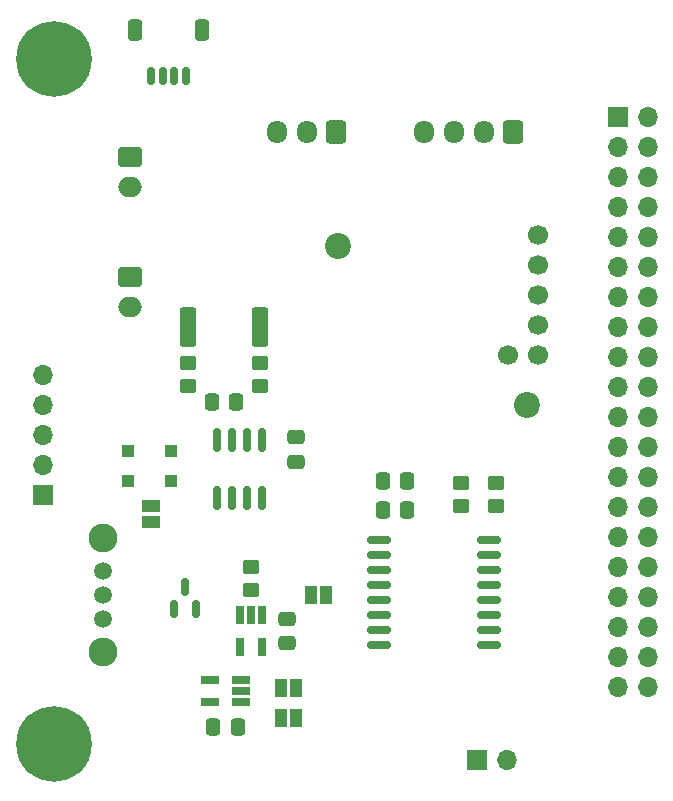
<source format=gbr>
%TF.GenerationSoftware,KiCad,Pcbnew,(6.99.0-2504-g6a9c6e8599)*%
%TF.CreationDate,2023-10-10T08:36:03-07:00*%
%TF.ProjectId,BuoyPower,42756f79-506f-4776-9572-2e6b69636164,rev?*%
%TF.SameCoordinates,Original*%
%TF.FileFunction,Soldermask,Top*%
%TF.FilePolarity,Negative*%
%FSLAX46Y46*%
G04 Gerber Fmt 4.6, Leading zero omitted, Abs format (unit mm)*
G04 Created by KiCad (PCBNEW (6.99.0-2504-g6a9c6e8599)) date 2023-10-10 08:36:03*
%MOMM*%
%LPD*%
G01*
G04 APERTURE LIST*
G04 Aperture macros list*
%AMRoundRect*
0 Rectangle with rounded corners*
0 $1 Rounding radius*
0 $2 $3 $4 $5 $6 $7 $8 $9 X,Y pos of 4 corners*
0 Add a 4 corners polygon primitive as box body*
4,1,4,$2,$3,$4,$5,$6,$7,$8,$9,$2,$3,0*
0 Add four circle primitives for the rounded corners*
1,1,$1+$1,$2,$3*
1,1,$1+$1,$4,$5*
1,1,$1+$1,$6,$7*
1,1,$1+$1,$8,$9*
0 Add four rect primitives between the rounded corners*
20,1,$1+$1,$2,$3,$4,$5,0*
20,1,$1+$1,$4,$5,$6,$7,0*
20,1,$1+$1,$6,$7,$8,$9,0*
20,1,$1+$1,$8,$9,$2,$3,0*%
G04 Aperture macros list end*
%ADD10RoundRect,0.150000X-0.875000X-0.150000X0.875000X-0.150000X0.875000X0.150000X-0.875000X0.150000X0*%
%ADD11R,1.000000X1.500000*%
%ADD12C,1.512000*%
%ADD13C,2.454000*%
%ADD14RoundRect,0.249999X-0.450001X-1.425001X0.450001X-1.425001X0.450001X1.425001X-0.450001X1.425001X0*%
%ADD15C,2.200000*%
%ADD16R,1.700000X1.700000*%
%ADD17O,1.700000X1.700000*%
%ADD18RoundRect,0.150000X0.150000X-0.587500X0.150000X0.587500X-0.150000X0.587500X-0.150000X-0.587500X0*%
%ADD19RoundRect,0.250000X-0.450000X0.350000X-0.450000X-0.350000X0.450000X-0.350000X0.450000X0.350000X0*%
%ADD20RoundRect,0.250000X0.450000X-0.350000X0.450000X0.350000X-0.450000X0.350000X-0.450000X-0.350000X0*%
%ADD21R,1.000000X1.000000*%
%ADD22R,0.650000X1.560000*%
%ADD23R,1.560000X0.650000*%
%ADD24RoundRect,0.250000X0.475000X-0.337500X0.475000X0.337500X-0.475000X0.337500X-0.475000X-0.337500X0*%
%ADD25RoundRect,0.250000X0.600000X0.725000X-0.600000X0.725000X-0.600000X-0.725000X0.600000X-0.725000X0*%
%ADD26O,1.700000X1.950000*%
%ADD27RoundRect,0.250000X-0.750000X0.600000X-0.750000X-0.600000X0.750000X-0.600000X0.750000X0.600000X0*%
%ADD28O,2.000000X1.700000*%
%ADD29C,0.800000*%
%ADD30C,6.400000*%
%ADD31RoundRect,0.150000X0.150000X0.625000X-0.150000X0.625000X-0.150000X-0.625000X0.150000X-0.625000X0*%
%ADD32RoundRect,0.250000X0.350000X0.650000X-0.350000X0.650000X-0.350000X-0.650000X0.350000X-0.650000X0*%
%ADD33RoundRect,0.250000X0.337500X0.475000X-0.337500X0.475000X-0.337500X-0.475000X0.337500X-0.475000X0*%
%ADD34RoundRect,0.150000X0.150000X-0.825000X0.150000X0.825000X-0.150000X0.825000X-0.150000X-0.825000X0*%
%ADD35C,1.700000*%
%ADD36RoundRect,0.250000X-0.475000X0.337500X-0.475000X-0.337500X0.475000X-0.337500X0.475000X0.337500X0*%
%ADD37R,1.500000X1.000000*%
G04 APERTURE END LIST*
D10*
%TO.C,U8*%
X156005000Y-109855000D03*
X156005000Y-111125000D03*
X156005000Y-112395000D03*
X156005000Y-113665000D03*
X156005000Y-114935000D03*
X156005000Y-116205000D03*
X156005000Y-117475000D03*
X156005000Y-118745000D03*
X165305000Y-118745000D03*
X165305000Y-117475000D03*
X165305000Y-116205000D03*
X165305000Y-114935000D03*
X165305000Y-113665000D03*
X165305000Y-112395000D03*
X165305000Y-111125000D03*
X165305000Y-109855000D03*
%TD*%
D11*
%TO.C,JP4*%
X148985999Y-122427999D03*
X147685999Y-122427999D03*
%TD*%
D12*
%TO.C,S1*%
X132588000Y-112554000D03*
X132588000Y-114554000D03*
X132588000Y-116554000D03*
D13*
X132588000Y-109704000D03*
X132588000Y-119404000D03*
%TD*%
D14*
%TO.C,R10*%
X139825000Y-91821000D03*
X145925000Y-91821000D03*
%TD*%
D15*
%TO.C,H1*%
X152527000Y-84963000D03*
%TD*%
D16*
%TO.C,J9*%
X164332999Y-128523999D03*
D17*
X166872999Y-128523999D03*
%TD*%
D18*
%TO.C,Q1*%
X138623000Y-115745500D03*
X140523000Y-115745500D03*
X139573000Y-113870500D03*
%TD*%
D19*
%TO.C,R15*%
X145161000Y-112157000D03*
X145161000Y-114157000D03*
%TD*%
D20*
%TO.C,R14*%
X165862000Y-107045000D03*
X165862000Y-105045000D03*
%TD*%
D21*
%TO.C,D1*%
X134721599Y-104881999D03*
X134721599Y-102381999D03*
%TD*%
D22*
%TO.C,U9*%
X146110999Y-116251999D03*
X145160999Y-116251999D03*
X144210999Y-116251999D03*
X144210999Y-118951999D03*
X146110999Y-118951999D03*
%TD*%
D15*
%TO.C,H5*%
X168529000Y-98425000D03*
%TD*%
D23*
%TO.C,U1*%
X144351999Y-123631999D03*
X144351999Y-122681999D03*
X144351999Y-121731999D03*
X141651999Y-121731999D03*
X141651999Y-123631999D03*
%TD*%
D24*
%TO.C,C1*%
X148971000Y-103272500D03*
X148971000Y-101197500D03*
%TD*%
D25*
%TO.C,J5*%
X152360000Y-75311000D03*
D26*
X149859999Y-75310999D03*
X147359999Y-75310999D03*
%TD*%
D27*
%TO.C,J4*%
X134895000Y-87650000D03*
D28*
X134894999Y-90149999D03*
%TD*%
D11*
%TO.C,JP42*%
X151500599Y-114553999D03*
X150200599Y-114553999D03*
%TD*%
D29*
%TO.C,H3*%
X130868000Y-127174000D03*
X130165056Y-128871056D03*
X130165056Y-125476944D03*
X128468000Y-129574000D03*
D30*
X128468000Y-127174000D03*
D29*
X128468000Y-124774000D03*
X126770944Y-128871056D03*
X126770944Y-125476944D03*
X126068000Y-127174000D03*
%TD*%
%TO.C,H2*%
X130868000Y-69174000D03*
X130165056Y-70871056D03*
X130165056Y-67476944D03*
X128468000Y-71574000D03*
D30*
X128468000Y-69174000D03*
D29*
X128468000Y-66774000D03*
X126770944Y-70871056D03*
X126770944Y-67476944D03*
X126068000Y-69174000D03*
%TD*%
D31*
%TO.C,J6*%
X139676000Y-70580000D03*
X138676000Y-70580000D03*
X137676000Y-70580000D03*
X136676000Y-70580000D03*
D32*
X140976000Y-66705000D03*
X135376000Y-66705000D03*
%TD*%
D33*
%TO.C,C15*%
X144039500Y-125730000D03*
X141964500Y-125730000D03*
%TD*%
D34*
%TO.C,U3*%
X142240000Y-106361000D03*
X143510000Y-106361000D03*
X144780000Y-106361000D03*
X146050000Y-106361000D03*
X146050000Y-101411000D03*
X144780000Y-101411000D03*
X143510000Y-101411000D03*
X142240000Y-101411000D03*
%TD*%
D11*
%TO.C,JP3*%
X148985999Y-124967999D03*
X147685999Y-124967999D03*
%TD*%
D16*
%TO.C,J2*%
X127507999Y-106039999D03*
D17*
X127507999Y-103499999D03*
X127507999Y-100959999D03*
X127507999Y-98419999D03*
X127507999Y-95879999D03*
%TD*%
D35*
%TO.C,J1*%
X169418000Y-84074000D03*
X169418000Y-86614000D03*
X169418000Y-89154000D03*
X169418000Y-91694000D03*
X169418000Y-94234000D03*
X166878000Y-94234000D03*
%TD*%
D19*
%TO.C,R11*%
X139827000Y-94885000D03*
X139827000Y-96885000D03*
%TD*%
D36*
%TO.C,C13*%
X148209000Y-116564500D03*
X148209000Y-118639500D03*
%TD*%
D20*
%TO.C,R13*%
X162941000Y-107045000D03*
X162941000Y-105045000D03*
%TD*%
D27*
%TO.C,J7*%
X134895000Y-77490000D03*
D28*
X134894999Y-79989999D03*
%TD*%
D21*
%TO.C,D2*%
X138353799Y-104881999D03*
X138353799Y-102381999D03*
%TD*%
D37*
%TO.C,JP1*%
X136651999Y-107045999D03*
X136651999Y-108345999D03*
%TD*%
D19*
%TO.C,R12*%
X145923000Y-94885000D03*
X145923000Y-96885000D03*
%TD*%
D33*
%TO.C,C3*%
X143912500Y-98171000D03*
X141837500Y-98171000D03*
%TD*%
D25*
%TO.C,J8*%
X167346000Y-75311000D03*
D26*
X164845999Y-75310999D03*
X162345999Y-75310999D03*
X159845999Y-75310999D03*
%TD*%
D33*
%TO.C,C12*%
X158390500Y-107315000D03*
X156315500Y-107315000D03*
%TD*%
%TO.C,C11*%
X158390500Y-104902000D03*
X156315500Y-104902000D03*
%TD*%
D16*
%TO.C,J10*%
X176197999Y-74043999D03*
D17*
X178737999Y-74043999D03*
X176197999Y-76583999D03*
X178737999Y-76583999D03*
X176197999Y-79123999D03*
X178737999Y-79123999D03*
X176197999Y-81663999D03*
X178737999Y-81663999D03*
X176197999Y-84203999D03*
X178737999Y-84203999D03*
X176197999Y-86743999D03*
X178737999Y-86743999D03*
X176197999Y-89283999D03*
X178737999Y-89283999D03*
X176197999Y-91823999D03*
X178737999Y-91823999D03*
X176197999Y-94363999D03*
X178737999Y-94363999D03*
X176197999Y-96903999D03*
X178737999Y-96903999D03*
X176197999Y-99443999D03*
X178737999Y-99443999D03*
X176197999Y-101983999D03*
X178737999Y-101983999D03*
X176197999Y-104523999D03*
X178737999Y-104523999D03*
X176197999Y-107063999D03*
X178737999Y-107063999D03*
X176197999Y-109603999D03*
X178737999Y-109603999D03*
X176197999Y-112143999D03*
X178737999Y-112143999D03*
X176197999Y-114683999D03*
X178737999Y-114683999D03*
X176197999Y-117223999D03*
X178737999Y-117223999D03*
X176197999Y-119763999D03*
X178737999Y-119763999D03*
X176197999Y-122303999D03*
X178737999Y-122303999D03*
%TD*%
M02*

</source>
